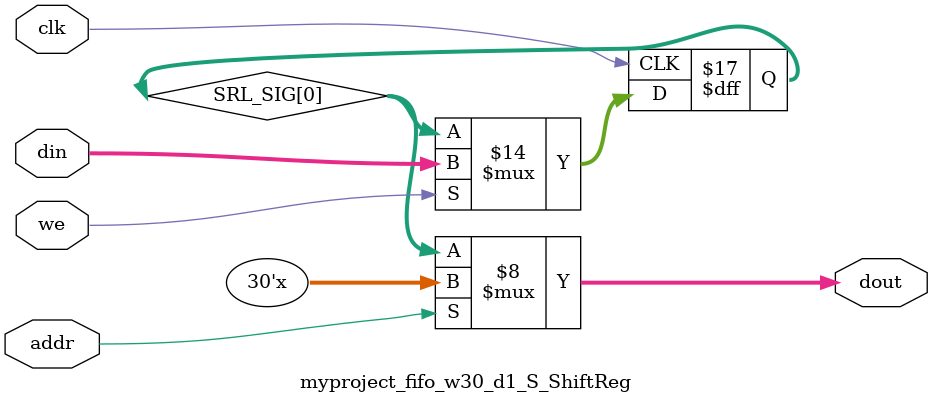
<source format=v>

`timescale 1ns/1ps

module myproject_fifo_w30_d1_S
#(parameter
    MEM_STYLE    = "shiftReg",
    DATA_WIDTH   = 30,
    ADDR_WIDTH   = 1,
    DEPTH        = 1)
(
    // system signal
    input  wire                  clk,
    input  wire                  reset,

    // write
    output wire                  if_full_n,
    input  wire                  if_write_ce,
    input  wire                  if_write,
    input  wire [DATA_WIDTH-1:0] if_din,
    
    // read 
    output wire [ADDR_WIDTH:0]   if_num_data_valid, // for FRP
    output wire [ADDR_WIDTH:0]   if_fifo_cap,       // for FRP

    output wire                  if_empty_n,
    input  wire                  if_read_ce,
    input  wire                  if_read,
    output wire [DATA_WIDTH-1:0] if_dout
);
//------------------------Parameter----------------------
localparam 
    SRL_DEPTH    = DEPTH,
    SRL_AWIDTH   = ADDR_WIDTH;
//------------------------Local signal-------------------
    reg  [SRL_AWIDTH-1:0] addr;
    wire                  push;
    wire                  pop;
    reg  [SRL_AWIDTH:0]   mOutPtr;
    reg                   empty_n = 1'b0;
    reg                   full_n = 1'b1; 

//------------------------Instantiation------------------
    myproject_fifo_w30_d1_S_ShiftReg 
    #(  .DATA_WIDTH (DATA_WIDTH),
        .ADDR_WIDTH (SRL_AWIDTH),
        .DEPTH      (SRL_DEPTH))
    U_myproject_fifo_w30_d1_S_ShiftReg (
        .clk        (clk),
        .we         (push),
        .addr       (addr),
        .din        (if_din),
        .dout       (if_dout)
    );
//------------------------Task and function--------------

//------------------------Body---------------------------
    // num_data_valid 
    assign if_num_data_valid = mOutPtr;
    assign if_fifo_cap       = DEPTH;

    // almost full/empty 

    // program full/empty 

    assign if_full_n  = full_n; 
    assign if_empty_n = empty_n;

    assign push       = full_n & if_write_ce & if_write;
    assign pop        = empty_n & if_read_ce & if_read;

    // addr
    always @(posedge clk) begin
        if (reset)
            addr <= {SRL_AWIDTH{1'b0}};
        else if (push & ~pop && empty_n)
            addr <= addr + 1'b1;
        else if (~push & pop && (mOutPtr != 1))
            addr <= addr - 1'b1;
    end

    // mOutPtr
    always @(posedge clk) begin
        if (reset)
            mOutPtr <= {SRL_AWIDTH+1{1'b0}};
        else if (push & ~pop)
            mOutPtr <= mOutPtr + 1'b1;
        else if (~push & pop)
            mOutPtr <= mOutPtr - 1'b1;
    end

    // full_n
    always @(posedge clk) begin
        if (reset)
            full_n <= 1'b1;
        else if ((push & ~pop) && (mOutPtr == DEPTH - 1))
            full_n <= 1'b0;
        else if (~push & pop)
            full_n <= 1'b1;
    end

    // empty_n
    always @(posedge clk) begin
        if (reset)
            empty_n <= 1'b0;
        else if (push & ~pop)
            empty_n <= 1'b1;
        else if ((~push & pop) && (mOutPtr == 1))
            empty_n <= 1'b0;
    end

    // almost_full_n 

    // almost_empty_n 

    // prog_full_n 
 
    // prog_empty_n 

endmodule  


module myproject_fifo_w30_d1_S_ShiftReg
#(parameter
    DATA_WIDTH  = 30,
    ADDR_WIDTH  = 1,
    DEPTH       = 1)
(
    input  wire                  clk,
    input  wire                  we,
    input  wire [ADDR_WIDTH-1:0] addr,
    input  wire [DATA_WIDTH-1:0] din,
    output wire [DATA_WIDTH-1:0] dout
);

    reg [DATA_WIDTH-1:0] SRL_SIG [0:DEPTH-1];
    integer i;

    always @(posedge clk) begin
        if (we) begin
            for (i=0; i<DEPTH-1; i=i+1)
                SRL_SIG[i+1] <= SRL_SIG[i];
            SRL_SIG[0] <= din;
        end
    end

    assign dout = SRL_SIG[addr];

endmodule
</source>
